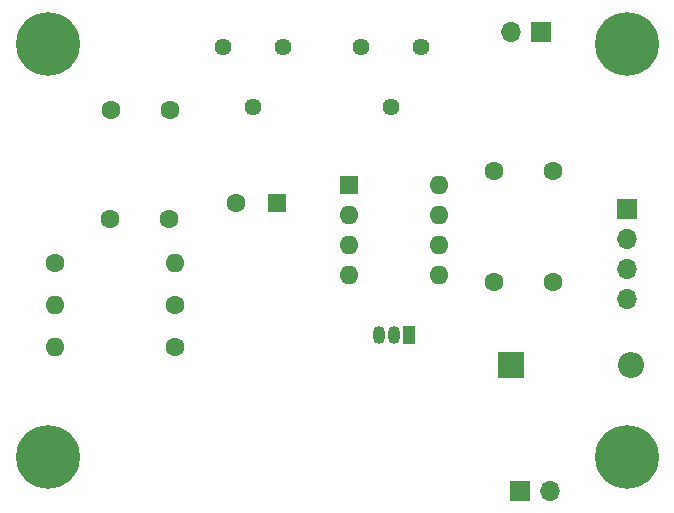
<source format=gbr>
G04 #@! TF.GenerationSoftware,KiCad,Pcbnew,(5.1.6)-1*
G04 #@! TF.CreationDate,2021-04-21T08:47:47-05:00*
G04 #@! TF.ProjectId,PortableAmp,506f7274-6162-46c6-9541-6d702e6b6963,rev?*
G04 #@! TF.SameCoordinates,Original*
G04 #@! TF.FileFunction,Soldermask,Bot*
G04 #@! TF.FilePolarity,Negative*
%FSLAX46Y46*%
G04 Gerber Fmt 4.6, Leading zero omitted, Abs format (unit mm)*
G04 Created by KiCad (PCBNEW (5.1.6)-1) date 2021-04-21 08:47:47*
%MOMM*%
%LPD*%
G01*
G04 APERTURE LIST*
%ADD10R,1.600000X1.600000*%
%ADD11C,1.600000*%
%ADD12R,2.200000X2.200000*%
%ADD13O,2.200000X2.200000*%
%ADD14R,1.700000X1.700000*%
%ADD15O,1.700000X1.700000*%
%ADD16O,1.050000X1.500000*%
%ADD17R,1.050000X1.500000*%
%ADD18O,1.600000X1.600000*%
%ADD19C,1.440000*%
%ADD20C,5.400000*%
G04 APERTURE END LIST*
D10*
G04 #@! TO.C,C1*
X122428000Y-93472000D03*
D11*
X118928000Y-93472000D03*
G04 #@! TD*
G04 #@! TO.C,C2*
X113347500Y-85617000D03*
X108347500Y-85617000D03*
G04 #@! TD*
G04 #@! TO.C,C3*
X140796000Y-100158500D03*
X145796000Y-100158500D03*
G04 #@! TD*
G04 #@! TO.C,C4*
X113284000Y-94888000D03*
X108284000Y-94888000D03*
G04 #@! TD*
G04 #@! TO.C,C5*
X140796000Y-90824000D03*
X145796000Y-90824000D03*
G04 #@! TD*
D12*
G04 #@! TO.C,D1*
X142240000Y-107188000D03*
D13*
X152400000Y-107188000D03*
G04 #@! TD*
D14*
G04 #@! TO.C,J1*
X152000000Y-93980000D03*
D15*
X152000000Y-96520000D03*
X152000000Y-99060000D03*
X152000000Y-101600000D03*
G04 #@! TD*
D14*
G04 #@! TO.C,J2*
X144780000Y-79000000D03*
D15*
X142240000Y-79000000D03*
G04 #@! TD*
D16*
G04 #@! TO.C,Q1*
X132334000Y-104648000D03*
X131064000Y-104648000D03*
D17*
X133604000Y-104648000D03*
G04 #@! TD*
D18*
G04 #@! TO.C,R1*
X103632000Y-102108000D03*
D11*
X113792000Y-102108000D03*
G04 #@! TD*
G04 #@! TO.C,R2*
X103632000Y-98552000D03*
D18*
X113792000Y-98552000D03*
G04 #@! TD*
D11*
G04 #@! TO.C,R3*
X113792000Y-105664000D03*
D18*
X103632000Y-105664000D03*
G04 #@! TD*
D19*
G04 #@! TO.C,RV1*
X122936000Y-80264000D03*
X120396000Y-85344000D03*
X117856000Y-80264000D03*
G04 #@! TD*
G04 #@! TO.C,RV2*
X129540000Y-80264000D03*
X132080000Y-85344000D03*
X134620000Y-80264000D03*
G04 #@! TD*
D10*
G04 #@! TO.C,U1*
X128524000Y-91948000D03*
D18*
X136144000Y-99568000D03*
X128524000Y-94488000D03*
X136144000Y-97028000D03*
X128524000Y-97028000D03*
X136144000Y-94488000D03*
X128524000Y-99568000D03*
X136144000Y-91948000D03*
G04 #@! TD*
D20*
G04 #@! TO.C,H1*
X103000000Y-80000000D03*
G04 #@! TD*
G04 #@! TO.C,H2*
X103000000Y-115000000D03*
G04 #@! TD*
G04 #@! TO.C,H3*
X152000000Y-80000000D03*
G04 #@! TD*
G04 #@! TO.C,H4*
X152000000Y-115000000D03*
G04 #@! TD*
D14*
G04 #@! TO.C,SW1*
X143002000Y-117856000D03*
D15*
X145542000Y-117856000D03*
G04 #@! TD*
M02*

</source>
